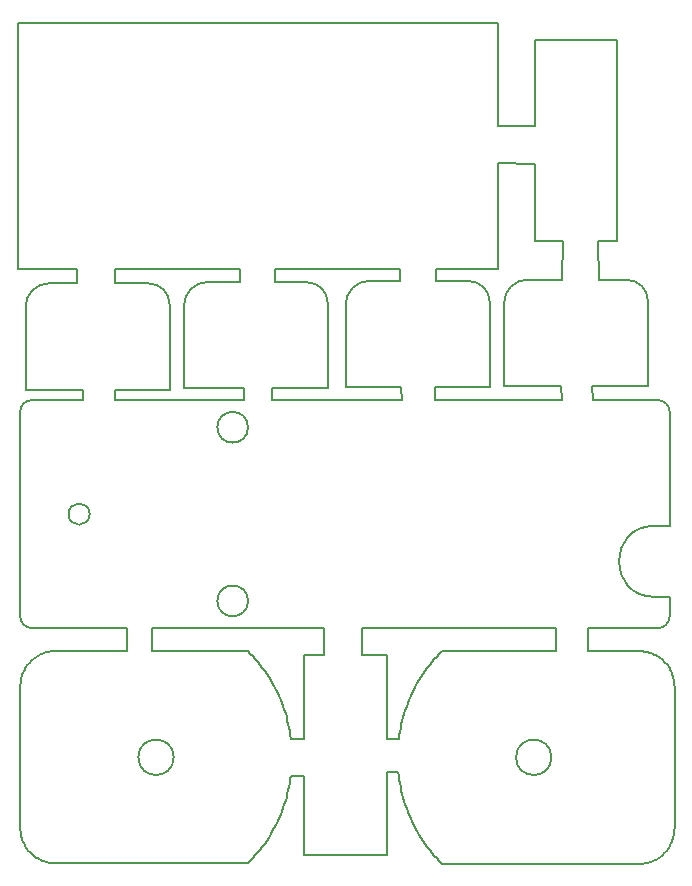
<source format=gbr>
%TF.GenerationSoftware,KiCad,Pcbnew,(5.1.10)-1*%
%TF.CreationDate,2021-10-06T18:17:39-05:00*%
%TF.ProjectId,BYTE_PANELkicad_pcb,42595445-5f50-4414-9e45-4c6b69636164,v2.2*%
%TF.SameCoordinates,Original*%
%TF.FileFunction,Glue,Bot*%
%TF.FilePolarity,Positive*%
%FSLAX46Y46*%
G04 Gerber Fmt 4.6, Leading zero omitted, Abs format (unit mm)*
G04 Created by KiCad (PCBNEW (5.1.10)-1) date 2021-10-06 18:17:39*
%MOMM*%
%LPD*%
G01*
G04 APERTURE LIST*
%TA.AperFunction,Profile*%
%ADD10C,0.200000*%
%TD*%
G04 APERTURE END LIST*
D10*
X168690379Y-96462228D02*
X169130379Y-96462228D01*
X148898100Y-64072180D02*
X148888100Y-65112180D01*
X151918100Y-64072180D02*
X151938100Y-65112180D01*
X145638100Y-94510004D02*
X145638100Y-96762180D01*
X142458100Y-96762180D02*
X142458100Y-94510004D01*
X145638100Y-96762180D02*
X147788100Y-96762180D01*
X162068100Y-94510004D02*
X145638100Y-94510004D01*
X147788100Y-96762180D02*
X147788100Y-103892180D01*
X140778100Y-103872180D02*
X140798100Y-96762180D01*
X157156100Y-55162180D02*
X160298100Y-55182180D01*
X160298100Y-51992180D02*
X157158100Y-51992180D01*
X160298100Y-61762180D02*
X160298100Y-55182180D01*
X157156100Y-43242180D02*
X157158100Y-51992180D01*
X162658100Y-61762180D02*
X162578100Y-65012180D01*
X165708100Y-65012180D02*
X165648100Y-61762180D01*
X167298100Y-61762180D02*
X165648100Y-61762180D01*
X168087294Y-65021970D02*
X165708100Y-65012180D01*
X154687294Y-65121970D02*
X151938100Y-65112180D01*
X157156100Y-64070180D02*
X151918100Y-64072180D01*
X162658100Y-61762180D02*
X160298100Y-61762180D01*
X160298100Y-51992180D02*
X160298100Y-44762180D01*
X160298100Y-44762180D02*
X167298100Y-44762180D01*
X167298100Y-44762180D02*
X167298100Y-61762180D01*
X147798100Y-106722180D02*
X147798100Y-113762180D01*
X140798100Y-96762180D02*
X142458100Y-96762180D01*
X140798100Y-113762180D02*
X140798100Y-107012180D01*
X147798100Y-113762180D02*
X140798100Y-113762180D01*
X138338100Y-65222180D02*
X138338100Y-64072180D01*
X135318100Y-64070180D02*
X135318100Y-65212180D01*
X135318100Y-65212180D02*
X132588100Y-65212180D01*
X148898100Y-64072180D02*
X138338100Y-64072180D01*
X124748100Y-64070180D02*
X124738100Y-65322180D01*
X121508100Y-65312180D02*
X121528100Y-64070180D01*
X135318100Y-64070180D02*
X124748100Y-64070180D01*
X127587294Y-65321970D02*
X124738100Y-65322180D01*
X162558100Y-74012180D02*
X162588100Y-75210004D01*
X165188100Y-75202180D02*
X165178100Y-74002180D01*
X165178100Y-74002180D02*
X169888100Y-74012180D01*
X165190000Y-75200004D02*
X170720000Y-75210004D01*
X151848100Y-74112180D02*
X151828100Y-75210004D01*
X149018100Y-75210004D02*
X149008100Y-74112180D01*
X151828100Y-75210004D02*
X162588100Y-75210004D01*
X151848100Y-74112180D02*
X156488100Y-74112180D01*
X138088100Y-74212180D02*
X138078100Y-75210004D01*
X135658100Y-74212180D02*
X135678100Y-75210004D01*
X138078100Y-75210004D02*
X149018100Y-75210004D01*
X130588100Y-74212180D02*
X135658100Y-74212180D01*
X122048100Y-75210004D02*
X122038100Y-74312180D01*
X124798100Y-75210004D02*
X124778100Y-74312180D01*
X124798100Y-75210004D02*
X135678100Y-75210004D01*
X124778100Y-74312180D02*
X129388100Y-74312180D01*
X169888100Y-74012180D02*
X169878310Y-66814500D01*
X157688100Y-74012180D02*
X157688100Y-67012180D01*
X157688100Y-74012180D02*
X162558100Y-74012180D01*
X157688100Y-67012180D02*
G75*
G02*
X159688100Y-65012180I2000000J0D01*
G01*
X168087294Y-65021969D02*
G75*
G02*
X169878309Y-66814499I806J-1790211D01*
G01*
X162578100Y-65012180D02*
X159688100Y-65012180D01*
X144288100Y-74112180D02*
X149008100Y-74112180D01*
X154687294Y-65121969D02*
G75*
G02*
X156478309Y-66914499I806J-1790211D01*
G01*
X156488100Y-74112180D02*
X156478310Y-66914500D01*
X148888100Y-65112180D02*
X146288100Y-65112180D01*
X144288100Y-67112180D02*
G75*
G02*
X146288100Y-65112180I2000000J0D01*
G01*
X144288100Y-74112180D02*
X144288100Y-67112180D01*
X138088100Y-74212180D02*
X142788100Y-74212180D01*
X140987294Y-65221969D02*
G75*
G02*
X142778309Y-67014499I806J-1790211D01*
G01*
X142788100Y-74212180D02*
X142778310Y-67014500D01*
X140985780Y-65221970D02*
X138338100Y-65222180D01*
X130588100Y-67212180D02*
G75*
G02*
X132588100Y-65212180I2000000J0D01*
G01*
X130588100Y-74212180D02*
X130588100Y-67212180D01*
X162068100Y-94510004D02*
X162068100Y-96462228D01*
X164768100Y-94510004D02*
X164768100Y-96462228D01*
X142458100Y-94510004D02*
X127868100Y-94510004D01*
X162068100Y-96462228D02*
X152439691Y-96462228D01*
X125768100Y-94510004D02*
X125768100Y-96442180D01*
X127868100Y-96442180D02*
X127868100Y-94510004D01*
X170720000Y-94510004D02*
X164768100Y-94510004D01*
X135996509Y-96442180D02*
X127868100Y-96442180D01*
X121508100Y-65312180D02*
X119188100Y-65312180D01*
X117188100Y-74312180D02*
X122038100Y-74312180D01*
X129388100Y-74312180D02*
X129378310Y-67114500D01*
X117188100Y-67312180D02*
G75*
G02*
X119188100Y-65312180I2000000J0D01*
G01*
X127587294Y-65321969D02*
G75*
G02*
X129378309Y-67114499I806J-1790211D01*
G01*
X117188100Y-74312180D02*
X117188100Y-67312180D01*
X149664215Y-100587209D02*
X149547799Y-100875525D01*
X149788569Y-100301830D02*
X149664215Y-100587209D01*
X151018880Y-98140002D02*
X150841610Y-98397203D01*
X148785800Y-103890832D02*
X147788100Y-103892180D01*
X147798100Y-106722180D02*
X148751404Y-106721733D01*
X149338778Y-101460413D02*
X149243528Y-101756746D01*
X150669631Y-98658399D02*
X150505589Y-98923432D01*
X148830779Y-103580469D02*
X148785800Y-103890832D01*
X151791463Y-97153663D02*
X151587734Y-97393613D01*
X148785800Y-107033576D02*
X148830779Y-107343939D01*
X149547799Y-100875525D02*
X149439320Y-101166646D01*
X150505589Y-98923432D02*
X150349485Y-99192195D01*
X149076841Y-102356449D02*
X149002758Y-102659582D01*
X149243528Y-101756746D02*
X149156216Y-102055460D01*
X151391942Y-97638088D02*
X151201443Y-97886928D01*
X168690379Y-96462228D02*
X164768100Y-96462228D01*
X169426712Y-96476886D02*
X169278545Y-96465906D01*
X151587734Y-97393613D02*
X151391942Y-97638088D01*
X152439691Y-96462228D02*
X152217441Y-96687838D01*
X149664215Y-110337199D02*
X149788569Y-110622578D01*
X149918215Y-110904914D02*
X150053152Y-111184049D01*
X149076841Y-108567959D02*
X149156216Y-108868948D01*
X149243528Y-109167662D02*
X149338778Y-109463995D01*
X149156216Y-108868948D02*
X149243528Y-109167662D01*
X149002758Y-108264826D02*
X149076841Y-108567959D01*
X150198673Y-111459851D02*
X150349485Y-111732213D01*
X149788569Y-110622578D02*
X149918215Y-110904914D01*
X170000857Y-114332508D02*
X170141086Y-114286523D01*
X148936612Y-102964707D02*
X148881050Y-103271716D01*
X169717753Y-114404025D02*
X169860628Y-114371719D01*
X170670252Y-114036598D02*
X170794606Y-113958149D01*
X149439320Y-109757762D02*
X149547799Y-110048883D01*
X149547799Y-110048883D02*
X149664215Y-110337199D01*
X170410961Y-114174552D02*
X170540606Y-114108776D01*
X169572233Y-114429319D02*
X169717753Y-114404025D01*
X149338778Y-109463995D02*
X149439320Y-109757762D01*
X170913668Y-113873536D02*
X171030085Y-113782810D01*
X169278545Y-114458502D02*
X169426712Y-114447522D01*
X148881050Y-107652692D02*
X148936612Y-107959701D01*
X150053152Y-111184049D02*
X150198673Y-111459851D01*
X172038146Y-112193460D02*
X172069896Y-112050188D01*
X148936612Y-107959701D02*
X149002758Y-108264826D01*
X149918215Y-100019494D02*
X149788569Y-100301830D01*
X170141086Y-96637885D02*
X170000857Y-96591900D01*
X152000483Y-96918369D02*
X151791463Y-97153663D01*
X148881050Y-103271716D02*
X148830779Y-103580469D01*
X150198673Y-99464557D02*
X150053152Y-99740359D01*
X169278545Y-96465906D02*
X169130379Y-96462228D01*
X152217441Y-96687838D02*
X152000483Y-96918369D01*
X172038146Y-98730948D02*
X171998459Y-98589713D01*
X150841610Y-98397203D02*
X150669631Y-98658399D01*
X171900563Y-98314150D02*
X171842355Y-98180351D01*
X151201443Y-97886928D02*
X151018880Y-98140002D01*
X150053152Y-99740359D02*
X149918215Y-100019494D01*
X148751404Y-106721733D02*
X148785800Y-107033576D01*
X149002758Y-102659582D02*
X148936612Y-102964707D01*
X149439320Y-101166646D02*
X149338778Y-101460413D01*
X150349485Y-99192195D02*
X150198673Y-99464557D01*
X170276023Y-96690563D02*
X170141086Y-96637885D01*
X148830779Y-107343939D02*
X148881050Y-107652692D01*
X149156216Y-102055460D02*
X149076841Y-102356449D01*
X172125459Y-99313454D02*
X172114875Y-99165711D01*
X170141086Y-114286523D02*
X170276023Y-114233845D01*
X152000483Y-114006039D02*
X152217441Y-114236570D01*
X151587734Y-113530795D02*
X151791463Y-113770745D01*
X151018880Y-112784406D02*
X151201443Y-113037480D01*
X171625397Y-113126591D02*
X171704772Y-113002476D01*
X171998459Y-112334695D02*
X172038146Y-112193460D01*
X171842355Y-112744057D02*
X171900563Y-112610258D01*
X150841610Y-112527205D02*
X151018880Y-112784406D01*
X150349485Y-111732213D02*
X150505589Y-112000976D01*
X169426712Y-114447522D02*
X169572233Y-114429319D01*
X170540606Y-114108776D02*
X170670252Y-114036598D01*
X150505589Y-112000976D02*
X150669631Y-112266009D01*
X172125459Y-111610954D02*
X172128104Y-111462206D01*
X161707278Y-105453754D02*
G75*
G03*
X161707278Y-105453754I-1500000J0D01*
G01*
X152217441Y-114236570D02*
X152439691Y-114462180D01*
X172096354Y-111905197D02*
X172114875Y-111758697D01*
X171030085Y-113782810D02*
X171143856Y-113686105D01*
X172069896Y-112050188D02*
X172096354Y-111905197D01*
X171540730Y-113247003D02*
X171625397Y-113126591D01*
X150669631Y-112266009D02*
X150841610Y-112527205D01*
X172114875Y-111758697D02*
X172125459Y-111610954D01*
X171776209Y-112874867D02*
X171842355Y-112744057D01*
X170276023Y-114233845D02*
X170410961Y-114174552D01*
X170670252Y-96887810D02*
X170540606Y-96815632D01*
X169572233Y-96495089D02*
X169426712Y-96476886D01*
X172128104Y-99462202D02*
X172125459Y-99313454D01*
X170410961Y-96749856D02*
X170276023Y-96690563D01*
X171450772Y-97560935D02*
X171352876Y-97448699D01*
X171704772Y-97921932D02*
X171625397Y-97797817D01*
X170913668Y-97050872D02*
X170794606Y-96966259D01*
X170000857Y-96591900D02*
X169860628Y-96552689D01*
X172114875Y-99165711D02*
X172096354Y-99019211D01*
X171625397Y-97797817D02*
X171540730Y-97677405D01*
X169717753Y-96520383D02*
X169572233Y-96495089D01*
X169130379Y-114462180D02*
X169278545Y-114458502D01*
X151391942Y-113286320D02*
X151587734Y-113530795D01*
X169860628Y-114371719D02*
X170000857Y-114332508D01*
X151791463Y-113770745D02*
X152000483Y-114006039D01*
X171900563Y-112610258D02*
X171953480Y-112473706D01*
X171450772Y-113363473D02*
X171540730Y-113247003D01*
X171143856Y-113686105D02*
X171249689Y-113583525D01*
X171953480Y-112473706D02*
X171998459Y-112334695D01*
X151201443Y-113037480D02*
X151391942Y-113286320D01*
X171352876Y-113475709D02*
X171450772Y-113363473D01*
X152439691Y-114462180D02*
X169130379Y-114462180D01*
X170794606Y-113958149D02*
X170913668Y-113873536D01*
X171704772Y-113002476D02*
X171776209Y-112874867D01*
X171249689Y-113583525D02*
X171352876Y-113475709D01*
X171842355Y-98180351D02*
X171776209Y-98049541D01*
X171143856Y-97238303D02*
X171030085Y-97141598D01*
X169860628Y-96552689D02*
X169717753Y-96520383D01*
X171776209Y-98049541D02*
X171704772Y-97921932D01*
X170794606Y-96966259D02*
X170670252Y-96887810D01*
X172069896Y-98874220D02*
X172038146Y-98730948D01*
X172128104Y-111462206D02*
X172128104Y-99462202D01*
X171352876Y-97448699D02*
X171249689Y-97340883D01*
X171249689Y-97340883D02*
X171143856Y-97238303D01*
X171030085Y-97141598D02*
X170913668Y-97050872D01*
X172096354Y-99019211D02*
X172069896Y-98874220D01*
X170540606Y-96815632D02*
X170410961Y-96749856D01*
X171998459Y-98589713D02*
X171953480Y-98450702D01*
X171540730Y-97677405D02*
X171450772Y-97560935D01*
X171953480Y-98450702D02*
X171900563Y-98314150D01*
X117720000Y-94510004D02*
G75*
G02*
X116720000Y-93510004I0J1000000D01*
G01*
X170720000Y-75210004D02*
G75*
G02*
X171720000Y-76210004I0J-1000000D01*
G01*
X170420000Y-91860004D02*
X171720000Y-91860004D01*
X125768100Y-94510004D02*
X117720000Y-94510004D01*
X116720000Y-76210004D02*
G75*
G02*
X117720000Y-75210004I1000000J0D01*
G01*
X122620000Y-84860004D02*
G75*
G03*
X122620000Y-84860004I-900000J0D01*
G01*
X136020001Y-77510004D02*
G75*
G03*
X136020001Y-77510004I-1300001J0D01*
G01*
X170420000Y-91860004D02*
G75*
G02*
X170420000Y-85860004I0J3000000D01*
G01*
X136020001Y-92210004D02*
G75*
G03*
X136020001Y-92210004I-1300001J0D01*
G01*
X171720000Y-91860004D02*
X171720000Y-93510004D01*
X171720000Y-93510004D02*
G75*
G02*
X170720000Y-94510004I-1000000J0D01*
G01*
X116720000Y-93510004D02*
X116720000Y-76210004D01*
X171720000Y-85860004D02*
X170420000Y-85860004D01*
X117720000Y-75210004D02*
X122048100Y-75210004D01*
X171720000Y-76210004D02*
X171720000Y-85860004D01*
X116748096Y-99442154D02*
X116748096Y-111442158D01*
X116806304Y-112030140D02*
X116838054Y-112173412D01*
X118081594Y-113938101D02*
X118205948Y-114016550D01*
X119015572Y-114351671D02*
X119158447Y-114383977D01*
X117099991Y-112854819D02*
X117171428Y-112982428D01*
X117732344Y-113666057D02*
X117846115Y-113762762D01*
X117033845Y-112724009D02*
X117099991Y-112854819D01*
X117962532Y-113853488D02*
X118081594Y-113938101D01*
X116761325Y-111738649D02*
X116779846Y-111885149D01*
X117250803Y-113106543D02*
X117335470Y-113226955D01*
X119158447Y-114383977D02*
X119303967Y-114409271D01*
X118205948Y-114016550D02*
X118335594Y-114088728D01*
X117171428Y-112982428D02*
X117250803Y-113106543D01*
X118875343Y-114312460D02*
X119015572Y-114351671D01*
X117425428Y-113343425D02*
X117523324Y-113455661D01*
X118465239Y-114154504D02*
X118600177Y-114213797D01*
X116748096Y-111442158D02*
X116750741Y-111590906D01*
X119303967Y-114409271D02*
X119449488Y-114427474D01*
X116922720Y-112453658D02*
X116975637Y-112590210D01*
X117335470Y-113226955D02*
X117425428Y-113343425D01*
X116877741Y-112314647D02*
X116922720Y-112453658D01*
X118335594Y-114088728D02*
X118465239Y-114154504D01*
X116779846Y-111885149D02*
X116806304Y-112030140D01*
X117846115Y-113762762D02*
X117962532Y-113853488D01*
X117626511Y-113563477D02*
X117732344Y-113666057D01*
X117523324Y-113455661D02*
X117626511Y-113563477D01*
X116750741Y-111590906D02*
X116761325Y-111738649D01*
X116975637Y-112590210D02*
X117033845Y-112724009D01*
X118735114Y-114266475D02*
X118875343Y-114312460D01*
X116838054Y-112173412D02*
X116877741Y-112314647D01*
X118600177Y-114213797D02*
X118735114Y-114266475D01*
X119597655Y-114438454D02*
X119745821Y-114442132D01*
X139555150Y-107632644D02*
X139605421Y-107323891D01*
X136218759Y-114216522D02*
X136435717Y-113985991D01*
X136435717Y-113985991D02*
X136644737Y-113750697D01*
X137234757Y-113017432D02*
X137417320Y-112764358D01*
X137594590Y-112507157D02*
X137766569Y-112245961D01*
X138086715Y-111712165D02*
X138237527Y-111439803D01*
X138237527Y-111439803D02*
X138383048Y-111164001D01*
X138517985Y-110884866D02*
X138647631Y-110602530D01*
X139279984Y-108848900D02*
X139359359Y-108547911D01*
X138996880Y-109737714D02*
X139097422Y-109443947D01*
X139433442Y-108244778D02*
X139499588Y-107939653D01*
X139605421Y-103560421D02*
X139555150Y-103251668D01*
X140778100Y-103872180D02*
X139650400Y-103870784D01*
X138383048Y-111164001D02*
X138517985Y-110884866D01*
X139097422Y-109443947D02*
X139192672Y-109147614D01*
X139650400Y-107013528D02*
X140798100Y-107012180D01*
X139359359Y-108547911D02*
X139433442Y-108244778D01*
X135996509Y-114442132D02*
X136218759Y-114216522D01*
X136644737Y-113750697D02*
X136848466Y-113510747D01*
X136848466Y-113510747D02*
X137044258Y-113266272D01*
X137417320Y-112764358D02*
X137594590Y-112507157D01*
X138647631Y-110602530D02*
X138771985Y-110317151D01*
X138771985Y-110317151D02*
X138888401Y-110028835D01*
X119449488Y-114427474D02*
X119597655Y-114438454D01*
X119745821Y-114442132D02*
X135996509Y-114442132D01*
X137044258Y-113266272D02*
X137234757Y-113017432D01*
X137930611Y-111980928D02*
X138086715Y-111712165D01*
X139192672Y-109147614D02*
X139279984Y-108848900D01*
X139650400Y-103870784D02*
X139605421Y-103560421D01*
X138888401Y-110028835D02*
X138996880Y-109737714D01*
X139605421Y-107323891D02*
X139650400Y-107013528D01*
X137766569Y-112245961D02*
X137930611Y-111980928D01*
X139499588Y-107939653D02*
X139555150Y-107632644D01*
X139279984Y-102035412D02*
X139192672Y-101736698D01*
X138647631Y-100281782D02*
X138517985Y-99999446D01*
X138237527Y-99444509D02*
X138086715Y-99172147D01*
X139555150Y-103251668D02*
X139499588Y-102944659D01*
X139499588Y-102944659D02*
X139433442Y-102639534D01*
X139433442Y-102639534D02*
X139359359Y-102336401D01*
X138996880Y-101146598D02*
X138888401Y-100855477D01*
X138771985Y-100567161D02*
X138647631Y-100281782D01*
X139192672Y-101736698D02*
X139097422Y-101440365D01*
X139359359Y-102336401D02*
X139279984Y-102035412D01*
X139097422Y-101440365D02*
X138996880Y-101146598D01*
X138888401Y-100855477D02*
X138771985Y-100567161D01*
X138383048Y-99720311D02*
X138237527Y-99444509D01*
X138517985Y-99999446D02*
X138383048Y-99720311D01*
X116838054Y-98710900D02*
X116806304Y-98854172D01*
X119597655Y-96445858D02*
X119449488Y-96456838D01*
X117962532Y-97030824D02*
X117846115Y-97121550D01*
X119303967Y-96475041D02*
X119158447Y-96500335D01*
X118465239Y-96729808D02*
X118335594Y-96795584D01*
X118205948Y-96867762D02*
X118081594Y-96946211D01*
X119158447Y-96500335D02*
X119015572Y-96532641D01*
X118875343Y-96571852D02*
X118735114Y-96617837D01*
X116806304Y-98854172D02*
X116779846Y-98999163D01*
X138086715Y-99172147D02*
X137930611Y-98903384D01*
X136218759Y-96667790D02*
X135996509Y-96442180D01*
X137930611Y-98903384D02*
X137766569Y-98638351D01*
X137766569Y-98638351D02*
X137594590Y-98377155D01*
X118600177Y-96670515D02*
X118465239Y-96729808D01*
X137594590Y-98377155D02*
X137417320Y-98119954D01*
X137417320Y-98119954D02*
X137234757Y-97866880D01*
X116750741Y-99293406D02*
X116748096Y-99442154D01*
X136848466Y-97373565D02*
X136644737Y-97133615D01*
X117335470Y-97657357D02*
X117250803Y-97777769D01*
X117250803Y-97777769D02*
X117171428Y-97901884D01*
X117099991Y-98029493D02*
X117033845Y-98160303D01*
X116761325Y-99145663D02*
X116750741Y-99293406D01*
X136435717Y-96898321D02*
X136218759Y-96667790D01*
X118735114Y-96617837D02*
X118600177Y-96670515D01*
X118335594Y-96795584D02*
X118205948Y-96867762D01*
X117846115Y-97121550D02*
X117732344Y-97218255D01*
X116779846Y-98999163D02*
X116761325Y-99145663D01*
X129728922Y-105450606D02*
G75*
G03*
X129728922Y-105450606I-1500000J0D01*
G01*
X119449488Y-96456838D02*
X119303967Y-96475041D01*
X117033845Y-98160303D02*
X116975637Y-98294102D01*
X116877741Y-98569665D02*
X116838054Y-98710900D01*
X117732344Y-97218255D02*
X117626511Y-97320835D01*
X117523324Y-97428651D02*
X117425428Y-97540887D01*
X117425428Y-97540887D02*
X117335470Y-97657357D01*
X116975637Y-98294102D02*
X116922720Y-98430654D01*
X116922720Y-98430654D02*
X116877741Y-98569665D01*
X137234757Y-97866880D02*
X137044258Y-97618040D01*
X117171428Y-97901884D02*
X117099991Y-98029493D01*
X137044258Y-97618040D02*
X136848466Y-97373565D01*
X136644737Y-97133615D02*
X136435717Y-96898321D01*
X117626511Y-97320835D02*
X117523324Y-97428651D01*
X118081594Y-96946211D02*
X117962532Y-97030824D01*
X125768100Y-96442180D02*
X119745821Y-96442180D01*
X119015572Y-96532641D02*
X118875343Y-96571852D01*
X119745821Y-96442180D02*
X119597655Y-96445858D01*
X116516100Y-43242180D02*
X157156100Y-43242180D01*
X116516100Y-64070180D02*
X116516100Y-43242180D01*
X121528100Y-64070180D02*
X116516100Y-64070180D01*
X157156100Y-55162180D02*
X157156100Y-64070180D01*
M02*

</source>
